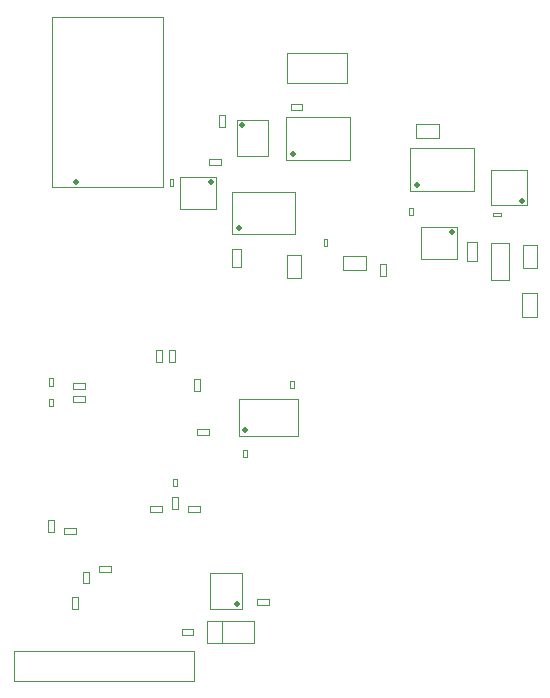
<source format=gm1>
G04 Layer_Color=16711935*
%FSLAX43Y43*%
%MOMM*%
G71*
G01*
G75*
%ADD44C,0.500*%
%ADD56C,0.100*%
D44*
X41575Y38975D02*
D03*
X38625Y43000D02*
D03*
X9700Y43200D02*
D03*
X28100Y45600D02*
D03*
X23800Y48050D02*
D03*
X23500Y39300D02*
D03*
X21150Y43200D02*
D03*
X47475Y41650D02*
D03*
X23325Y7525D02*
D03*
X24025Y22200D02*
D03*
D56*
X47550Y35925D02*
Y37924D01*
X48750Y35925D02*
Y37924D01*
X47550Y35925D02*
X48750D01*
X47550Y37924D02*
X48750D01*
X47525Y31825D02*
Y33824D01*
X48725Y31825D02*
Y33824D01*
X47525Y31825D02*
X48725D01*
X47525Y33824D02*
X48725D01*
X44825Y38100D02*
X46375D01*
X44825Y34900D02*
X46375D01*
Y38100D01*
X44825Y34900D02*
Y38100D01*
X42875Y36525D02*
Y38125D01*
X43675Y36525D02*
Y38125D01*
X42875Y36525D02*
X43675D01*
X42875Y38125D02*
X43675D01*
X38476Y46950D02*
X40475D01*
X38476Y48150D02*
X40475D01*
Y46950D02*
Y48150D01*
X38476Y46950D02*
Y48150D01*
X38955Y39395D02*
X41995D01*
X38955Y36755D02*
Y39395D01*
Y36755D02*
X41995D01*
Y39395D01*
X37925Y40400D02*
X38225D01*
X37925Y41000D02*
X38225D01*
X37925Y40400D02*
Y41000D01*
X38225Y40400D02*
Y41000D01*
X38025Y42500D02*
X43425D01*
X38025D02*
Y46100D01*
X43425D01*
Y42500D02*
Y46100D01*
X7700Y42800D02*
X17100D01*
X7700Y57200D02*
X17100D01*
X7700Y42800D02*
Y57200D01*
X17100Y42800D02*
Y57200D01*
X27630Y54170D02*
X32710D01*
X27630Y51630D02*
X32710D01*
Y54170D01*
X27630Y51630D02*
Y54170D01*
X27900Y49350D02*
Y49850D01*
X28900Y49350D02*
Y49850D01*
X27900D02*
X28900D01*
X27900Y49350D02*
X28900D01*
X27500Y45100D02*
X32900D01*
X27500D02*
Y48700D01*
X32900D01*
Y45100D02*
Y48700D01*
X21850Y48900D02*
X22350D01*
X21850Y47900D02*
X22350D01*
Y48900D01*
X21850Y47900D02*
Y48900D01*
X23380Y45430D02*
Y48470D01*
Y45430D02*
X26020D01*
Y48470D01*
X23380D02*
X26020D01*
X32301Y35750D02*
X34300D01*
X32301Y36950D02*
X34300D01*
Y35750D02*
Y36950D01*
X32301Y35750D02*
Y36950D01*
X35500Y36300D02*
X36000D01*
X35500Y35300D02*
X36000D01*
Y36300D01*
X35500Y35300D02*
Y36300D01*
X30700Y38400D02*
X31000D01*
X30700Y37800D02*
X31000D01*
Y38400D01*
X30700Y37800D02*
Y38400D01*
X27600Y35075D02*
Y37074D01*
X28800Y35075D02*
Y37074D01*
X27600Y35075D02*
X28800D01*
X27600Y37074D02*
X28800D01*
X22900Y36000D02*
Y37600D01*
X23700Y36000D02*
Y37600D01*
X22900Y36000D02*
X23700D01*
X22900Y37600D02*
X23700D01*
X22900Y38800D02*
X28300D01*
X22900D02*
Y42400D01*
X28300D01*
Y38800D02*
Y42400D01*
X22000Y44650D02*
Y45150D01*
X21000Y44650D02*
Y45150D01*
Y44650D02*
X22000D01*
X21000Y45150D02*
X22000D01*
X18530Y43620D02*
X21570D01*
X18530Y40980D02*
Y43620D01*
Y40980D02*
X21570D01*
Y43620D01*
X17650Y42900D02*
X17950D01*
X17650Y43500D02*
X17950D01*
X17650Y42900D02*
Y43500D01*
X17950Y42900D02*
Y43500D01*
X44875Y41250D02*
X47875D01*
X44875D02*
Y44250D01*
X47875D01*
Y41250D02*
Y44250D01*
X18675Y4875D02*
Y5375D01*
X19675Y4875D02*
Y5375D01*
X18675D02*
X19675D01*
X18675Y4875D02*
X19675D01*
X22100Y4175D02*
Y6075D01*
X24800Y4175D02*
Y6075D01*
X20800D02*
X24800D01*
X20800Y6075D02*
X20800Y6075D01*
X20800Y4175D02*
Y6075D01*
Y4175D02*
X20800Y4175D01*
X24800D01*
X23745Y7105D02*
Y10145D01*
X21105D02*
X23745D01*
X21105Y7105D02*
Y10145D01*
Y7105D02*
X23745D01*
X25050Y7425D02*
Y7925D01*
X26050Y7425D02*
Y7925D01*
X25050D02*
X26050D01*
X25050Y7425D02*
X26050D01*
X19695Y1005D02*
Y3545D01*
X4455Y1005D02*
Y3545D01*
X19695D01*
X4455Y1005D02*
X19695D01*
X10500Y24600D02*
Y25100D01*
X9500Y24600D02*
Y25100D01*
Y24600D02*
X10500D01*
X9500Y25100D02*
X10500D01*
Y25750D02*
Y26250D01*
X9500Y25750D02*
Y26250D01*
Y25750D02*
X10500D01*
X9500Y26250D02*
X10500D01*
X7475Y26000D02*
X7775D01*
X7475Y26600D02*
X7775D01*
X7475Y26000D02*
Y26600D01*
X7775Y26000D02*
Y26600D01*
X7475Y24850D02*
X7775D01*
X7475Y24250D02*
X7775D01*
Y24850D01*
X7475Y24250D02*
Y24850D01*
X16475Y28000D02*
X16975D01*
X16475Y29000D02*
X16975D01*
X16475Y28000D02*
Y29000D01*
X16975Y28000D02*
Y29000D01*
X17575Y28000D02*
X18075D01*
X17575Y29000D02*
X18075D01*
X17575Y28000D02*
Y29000D01*
X18075Y28000D02*
Y29000D01*
X17850Y15550D02*
X18350D01*
X17850Y16550D02*
X18350D01*
X17850Y15550D02*
Y16550D01*
X18350Y15550D02*
Y16550D01*
X17950Y17525D02*
X18250D01*
X17950Y18125D02*
X18250D01*
X17950Y17525D02*
Y18125D01*
X18250Y17525D02*
Y18125D01*
X16000Y15300D02*
Y15800D01*
X17000Y15300D02*
Y15800D01*
X16000D02*
X17000D01*
X16000Y15300D02*
X17000D01*
X20200D02*
Y15800D01*
X19200Y15300D02*
Y15800D01*
Y15300D02*
X20200D01*
X19200Y15800D02*
X20200D01*
X20000Y21800D02*
Y22300D01*
X21000Y21800D02*
Y22300D01*
X20000D02*
X21000D01*
X20000Y21800D02*
X21000D01*
X23875Y20575D02*
X24175D01*
X23875Y19975D02*
X24175D01*
Y20575D01*
X23875Y19975D02*
Y20575D01*
X23525Y24887D02*
X28525D01*
Y21713D02*
Y24887D01*
X23525Y21713D02*
X28525D01*
X23525D02*
Y24887D01*
X27875Y25775D02*
X28175D01*
X27875Y26375D02*
X28175D01*
X27875Y25775D02*
Y26375D01*
X28175Y25775D02*
Y26375D01*
X19700Y26525D02*
X20200D01*
X19700Y25525D02*
X20200D01*
Y26525D01*
X19700Y25525D02*
Y26525D01*
X9750Y13425D02*
Y13925D01*
X8750Y13425D02*
Y13925D01*
Y13425D02*
X9750D01*
X8750Y13925D02*
X9750D01*
X7375Y13625D02*
X7875D01*
X7375Y14625D02*
X7875D01*
X7375Y13625D02*
Y14625D01*
X7875Y13625D02*
Y14625D01*
X12675Y10225D02*
Y10725D01*
X11675Y10225D02*
Y10725D01*
Y10225D02*
X12675D01*
X11675Y10725D02*
X12675D01*
X10350Y10250D02*
X10850D01*
X10350Y9250D02*
X10850D01*
Y10250D01*
X10350Y9250D02*
Y10250D01*
X9425Y7075D02*
X9925D01*
X9425Y8075D02*
X9925D01*
X9425Y7075D02*
Y8075D01*
X9925Y7075D02*
Y8075D01*
X45075Y40350D02*
Y40650D01*
X45675Y40350D02*
Y40650D01*
X45075D02*
X45675D01*
X45075Y40350D02*
X45675D01*
M02*

</source>
